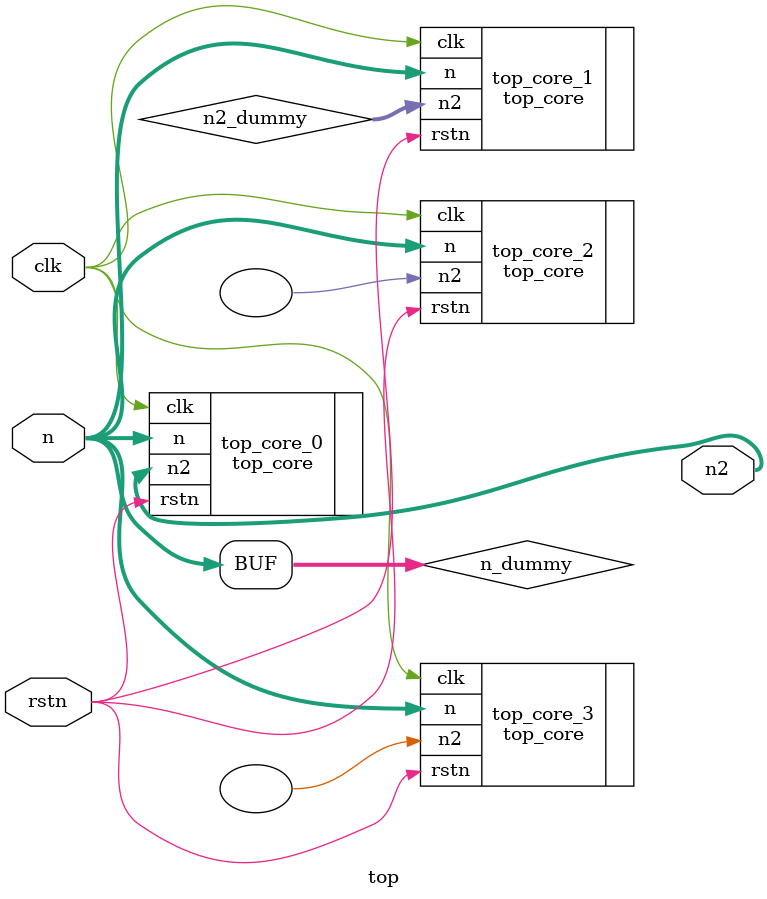
<source format=v>
module top(
  input clk,
  input rstn,
  input [3:0] n,
  output reg [7:0] n2
);

  top_core top_core_0(
    .clk  (clk ),
    .rstn (rstn),
    .n    (n   ),
    .n2   (n2  )
  );

  wire [3:0] n_dummy = n;
  reg [7:0] n2_dummy;

  top_core top_core_1(
    .clk  (clk ),
    .rstn (rstn),
    .n    (n_dummy ),
    .n2   (n2_dummy )
  );

  top_core top_core_2(
    .clk  (clk ),
    .rstn (rstn),
    .n    (n_dummy ),
    .n2   ( )
  );

  top_core top_core_3(
    .clk  (clk ),
    .rstn (rstn),
    .n    (n_dummy ),
    .n2   ( )
  );


endmodule

</source>
